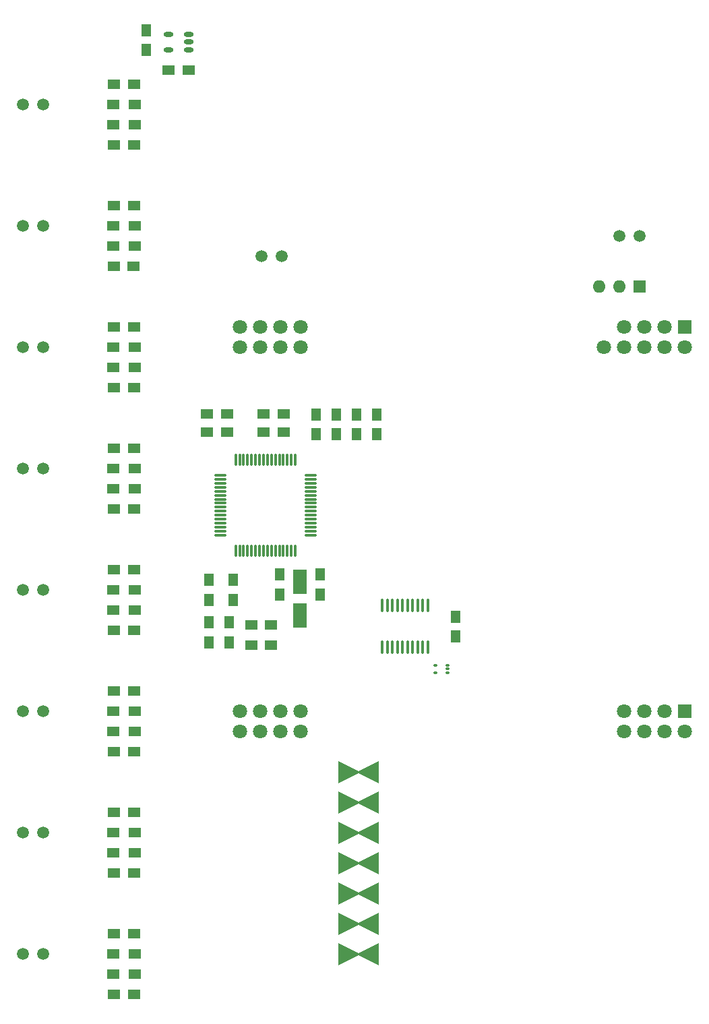
<source format=gts>
G04 #@! TF.FileFunction,Soldermask,Top*
%FSLAX46Y46*%
G04 Gerber Fmt 4.6, Leading zero omitted, Abs format (unit mm)*
G04 Created by KiCad (PCBNEW (2015-07-24 BZR 5989, Git 9b9c794)-product) date 27/07/2015 21:02:08*
%MOMM*%
G01*
G04 APERTURE LIST*
%ADD10C,0.100000*%
%ADD11R,1.800000X1.800000*%
%ADD12C,1.800000*%
%ADD13R,1.500000X1.250000*%
%ADD14R,1.250000X1.500000*%
%ADD15O,1.559560X0.279400*%
%ADD16O,0.279400X1.559560*%
%ADD17C,1.501140*%
%ADD18R,1.500000X1.300000*%
%ADD19R,1.600000X1.600000*%
%ADD20O,1.600000X1.600000*%
%ADD21R,1.800860X3.149600*%
%ADD22O,0.657860X0.299720*%
%ADD23O,0.408940X1.658620*%
%ADD24O,1.210000X0.650000*%
G04 APERTURE END LIST*
D10*
D11*
X130175000Y-55880000D03*
D12*
X130175000Y-58420000D03*
X127635000Y-55880000D03*
X127635000Y-58420000D03*
X125095000Y-55880000D03*
X125095000Y-58420000D03*
X122555000Y-55880000D03*
X122555000Y-58420000D03*
X120015000Y-58420000D03*
X81915000Y-55880000D03*
X81915000Y-58420000D03*
X79375000Y-55880000D03*
X79375000Y-58420000D03*
X76835000Y-55880000D03*
X76835000Y-58420000D03*
X74295000Y-55880000D03*
X74295000Y-58420000D03*
D11*
X130175000Y-104140000D03*
D12*
X130175000Y-106680000D03*
X127635000Y-104140000D03*
X127635000Y-106680000D03*
X125095000Y-104140000D03*
X125095000Y-106680000D03*
X122555000Y-104140000D03*
X122555000Y-106680000D03*
X81915000Y-104140000D03*
X81915000Y-106680000D03*
X79375000Y-104140000D03*
X79375000Y-106680000D03*
X76835000Y-104140000D03*
X76835000Y-106680000D03*
X74295000Y-104140000D03*
X74295000Y-106680000D03*
D13*
X75688210Y-95801047D03*
X78188210Y-95801047D03*
X75688210Y-93261047D03*
X78188210Y-93261047D03*
D14*
X86360000Y-69322000D03*
X86360000Y-66822000D03*
X83820000Y-69322000D03*
X83820000Y-66822000D03*
D15*
X71790560Y-74482960D03*
X71790560Y-74983340D03*
X71790560Y-75483720D03*
X71790560Y-75984100D03*
X71790560Y-76484480D03*
X71790560Y-76982320D03*
X71790560Y-77482700D03*
X71790560Y-77983080D03*
X71790560Y-78480920D03*
X71790560Y-78981300D03*
X71790560Y-79481680D03*
X71790560Y-79979520D03*
X71790560Y-80479900D03*
X71790560Y-80980280D03*
X71790560Y-81480660D03*
X71790560Y-81981040D03*
D16*
X73720960Y-83911440D03*
X74221340Y-83911440D03*
X74721720Y-83911440D03*
X75222100Y-83911440D03*
X75722480Y-83911440D03*
X76220320Y-83911440D03*
X76720700Y-83911440D03*
X77221080Y-83911440D03*
X77718920Y-83911440D03*
X78219300Y-83911440D03*
X78719680Y-83911440D03*
X79217520Y-83911440D03*
X79717900Y-83911440D03*
X80218280Y-83911440D03*
X80718660Y-83911440D03*
X81219040Y-83911440D03*
D15*
X83149440Y-81981040D03*
X83149440Y-81480660D03*
X83149440Y-80980280D03*
X83149440Y-80479900D03*
X83149440Y-79979520D03*
X83149440Y-79481680D03*
X83149440Y-78981300D03*
X83149440Y-78480920D03*
X83149440Y-77983080D03*
X83149440Y-77482700D03*
X83149440Y-76982320D03*
X83149440Y-76484480D03*
X83149440Y-75984100D03*
X83149440Y-75483720D03*
X83149440Y-74983340D03*
X83149440Y-74482960D03*
D16*
X81219040Y-72552560D03*
X80718660Y-72552560D03*
X80218280Y-72552560D03*
X79717900Y-72552560D03*
X79217520Y-72552560D03*
X78719680Y-72552560D03*
X78219300Y-72552560D03*
X77718920Y-72552560D03*
X77221080Y-72552560D03*
X76720700Y-72552560D03*
X76220320Y-72552560D03*
X75722480Y-72552560D03*
X75222100Y-72552560D03*
X74721720Y-72552560D03*
X74221340Y-72552560D03*
X73720960Y-72552560D03*
D13*
X70124000Y-66802000D03*
X72624000Y-66802000D03*
D14*
X73406000Y-87606710D03*
X73406000Y-90106710D03*
X70358000Y-87606710D03*
X70358000Y-90106710D03*
X72902497Y-92939958D03*
X72902497Y-95439958D03*
X70362497Y-92939958D03*
X70362497Y-95439958D03*
X79254274Y-86946314D03*
X79254274Y-89446314D03*
D13*
X79736000Y-66802000D03*
X77236000Y-66802000D03*
X79736000Y-69088000D03*
X77236000Y-69088000D03*
D14*
X84334274Y-86946314D03*
X84334274Y-89446314D03*
D13*
X70124000Y-69088000D03*
X72624000Y-69088000D03*
D14*
X88900000Y-69322000D03*
X88900000Y-66822000D03*
X91440000Y-69322000D03*
X91440000Y-66822000D03*
D17*
X124460000Y-44450000D03*
X121920000Y-44450000D03*
X76962000Y-46990000D03*
X79502000Y-46990000D03*
D13*
X60940000Y-25400000D03*
X58440000Y-25400000D03*
X60940000Y-40640000D03*
X58440000Y-40640000D03*
X58440000Y-33020000D03*
X60940000Y-33020000D03*
X58420000Y-48260000D03*
X60920000Y-48260000D03*
X60940000Y-55880000D03*
X58440000Y-55880000D03*
X60940000Y-71120000D03*
X58440000Y-71120000D03*
X58440000Y-63500000D03*
X60940000Y-63500000D03*
X58440000Y-78740000D03*
X60940000Y-78740000D03*
X60940000Y-86360000D03*
X58440000Y-86360000D03*
X60940000Y-101600000D03*
X58440000Y-101600000D03*
X58440000Y-93980000D03*
X60940000Y-93980000D03*
X58440000Y-109220000D03*
X60940000Y-109220000D03*
X60940000Y-116840000D03*
X58440000Y-116840000D03*
X60940000Y-132080000D03*
X58440000Y-132080000D03*
X58440000Y-124460000D03*
X60940000Y-124460000D03*
X58440000Y-139700000D03*
X60940000Y-139700000D03*
D18*
X61040000Y-27940000D03*
X58340000Y-27940000D03*
X61040000Y-43180000D03*
X58340000Y-43180000D03*
X61040000Y-58420000D03*
X58340000Y-58420000D03*
X61040000Y-73660000D03*
X58340000Y-73660000D03*
X61040000Y-88900000D03*
X58340000Y-88900000D03*
X61040000Y-104140000D03*
X58340000Y-104140000D03*
X61040000Y-119380000D03*
X58340000Y-119380000D03*
X61040000Y-134620000D03*
X58340000Y-134620000D03*
D19*
X124460000Y-50800000D03*
D20*
X121920000Y-50800000D03*
X119380000Y-50800000D03*
D17*
X46990000Y-134620000D03*
X49530000Y-134620000D03*
X46990000Y-119380000D03*
X49530000Y-119380000D03*
X46990000Y-104140000D03*
X49530000Y-104140000D03*
X46990000Y-88900000D03*
X49530000Y-88900000D03*
X46990000Y-73660000D03*
X49530000Y-73660000D03*
X46990000Y-58420000D03*
X49530000Y-58420000D03*
X46990000Y-43180000D03*
X49530000Y-43180000D03*
X46990000Y-27940000D03*
X49530000Y-27940000D03*
D21*
X81794274Y-92100294D03*
X81794274Y-87848334D03*
D13*
X67798000Y-23622000D03*
X65298000Y-23622000D03*
D14*
X62484000Y-21062000D03*
X62484000Y-18562000D03*
D18*
X61040000Y-30480000D03*
X58340000Y-30480000D03*
X61040000Y-45720000D03*
X58340000Y-45720000D03*
X61040000Y-60960000D03*
X58340000Y-60960000D03*
X61040000Y-76200000D03*
X58340000Y-76200000D03*
X61040000Y-91440000D03*
X58340000Y-91440000D03*
X61040000Y-106680000D03*
X58340000Y-106680000D03*
X61040000Y-121920000D03*
X58340000Y-121920000D03*
X61040000Y-137160000D03*
X58340000Y-137160000D03*
D22*
X100302060Y-99303840D03*
X100302060Y-98806000D03*
X100302060Y-98308160D03*
X98833940Y-98308160D03*
X98833940Y-99303840D03*
D23*
X97853500Y-90795162D03*
X97218500Y-90795162D03*
X96583500Y-90795162D03*
X95948500Y-90795162D03*
X95313500Y-90795162D03*
X94678500Y-90795162D03*
X94043500Y-90795162D03*
X93408500Y-90795162D03*
X92773500Y-90795162D03*
X92138500Y-90795162D03*
X92138500Y-96052962D03*
X92773500Y-96052962D03*
X93408500Y-96052962D03*
X94043500Y-96052962D03*
X94678500Y-96052962D03*
X95313500Y-96052962D03*
X95948500Y-96052962D03*
X96583500Y-96052962D03*
X97218500Y-96052962D03*
X97853500Y-96052962D03*
D24*
X67798000Y-21016000D03*
X67798000Y-20066000D03*
X67798000Y-19116000D03*
X65298000Y-19116000D03*
X65298000Y-21016000D03*
D14*
X101346000Y-92222000D03*
X101346000Y-94722000D03*
D10*
G36*
X91694000Y-120777000D02*
X89154000Y-119507000D01*
X89154000Y-119253000D01*
X91694000Y-117983000D01*
X91694000Y-120777000D01*
X91694000Y-120777000D01*
G37*
G36*
X86614000Y-117983000D02*
X89154000Y-119253000D01*
X89154000Y-119507000D01*
X86614000Y-120777000D01*
X86614000Y-117983000D01*
X86614000Y-117983000D01*
G37*
G36*
X91694000Y-116967000D02*
X89154000Y-115697000D01*
X89154000Y-115443000D01*
X91694000Y-114173000D01*
X91694000Y-116967000D01*
X91694000Y-116967000D01*
G37*
G36*
X86614000Y-114173000D02*
X89154000Y-115443000D01*
X89154000Y-115697000D01*
X86614000Y-116967000D01*
X86614000Y-114173000D01*
X86614000Y-114173000D01*
G37*
G36*
X91694000Y-113157000D02*
X89154000Y-111887000D01*
X89154000Y-111633000D01*
X91694000Y-110363000D01*
X91694000Y-113157000D01*
X91694000Y-113157000D01*
G37*
G36*
X86614000Y-110363000D02*
X89154000Y-111633000D01*
X89154000Y-111887000D01*
X86614000Y-113157000D01*
X86614000Y-110363000D01*
X86614000Y-110363000D01*
G37*
G36*
X91697969Y-132189584D02*
X89157969Y-130919584D01*
X89157969Y-130665584D01*
X91697969Y-129395584D01*
X91697969Y-132189584D01*
X91697969Y-132189584D01*
G37*
G36*
X86617969Y-129395584D02*
X89157969Y-130665584D01*
X89157969Y-130919584D01*
X86617969Y-132189584D01*
X86617969Y-129395584D01*
X86617969Y-129395584D01*
G37*
G36*
X91697969Y-128379584D02*
X89157969Y-127109584D01*
X89157969Y-126855584D01*
X91697969Y-125585584D01*
X91697969Y-128379584D01*
X91697969Y-128379584D01*
G37*
G36*
X86617969Y-125585584D02*
X89157969Y-126855584D01*
X89157969Y-127109584D01*
X86617969Y-128379584D01*
X86617969Y-125585584D01*
X86617969Y-125585584D01*
G37*
G36*
X91697969Y-124569584D02*
X89157969Y-123299584D01*
X89157969Y-123045584D01*
X91697969Y-121775584D01*
X91697969Y-124569584D01*
X91697969Y-124569584D01*
G37*
G36*
X86617969Y-121775584D02*
X89157969Y-123045584D01*
X89157969Y-123299584D01*
X86617969Y-124569584D01*
X86617969Y-121775584D01*
X86617969Y-121775584D01*
G37*
G36*
X91697969Y-135999584D02*
X89157969Y-134729584D01*
X89157969Y-134475584D01*
X91697969Y-133205584D01*
X91697969Y-135999584D01*
X91697969Y-135999584D01*
G37*
G36*
X86617969Y-133205584D02*
X89157969Y-134475584D01*
X89157969Y-134729584D01*
X86617969Y-135999584D01*
X86617969Y-133205584D01*
X86617969Y-133205584D01*
G37*
M02*

</source>
